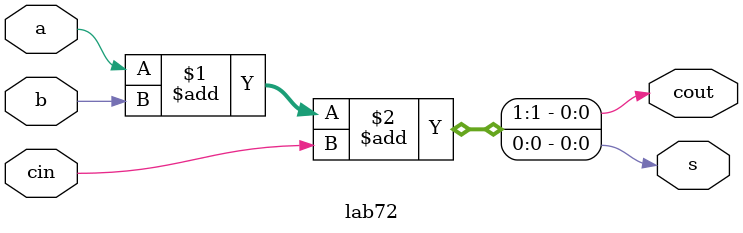
<source format=v>
`timescale 1ns / 1ps
module lab72(input a, b, cin, output cout, s);
assign {cout, s} = a + b + cin;
endmodule
</source>
